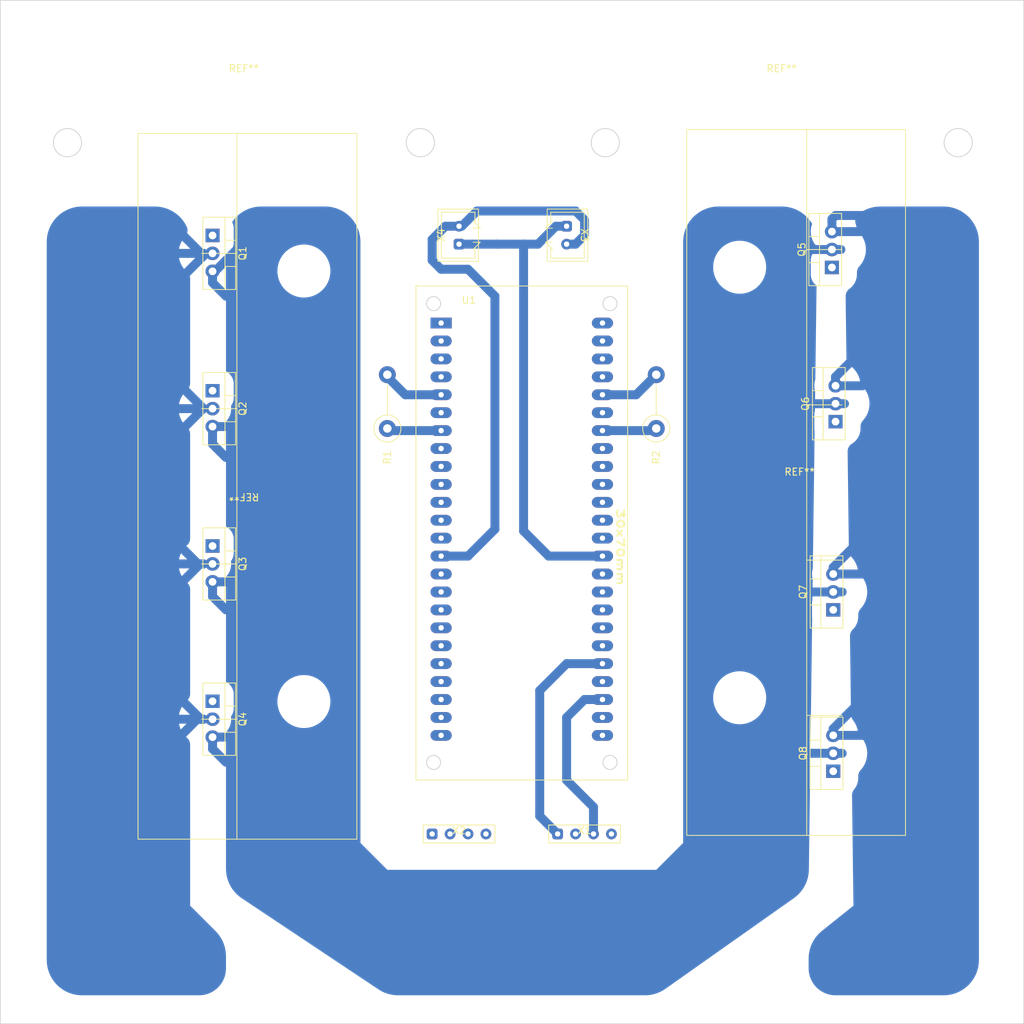
<source format=kicad_pcb>
(kicad_pcb (version 20211014) (generator pcbnew)
  (layers (0 "F.Cu" signal) (31 "B.Cu" signal) (34 "B.Paste" user) (35 "F.Paste" user) (36 "B.SilkS" user "B.Silkscreen") (37 "F.SilkS" user "F.Silkscreen") (38 "B.Mask" user) (39 "F.Mask" user) (44 "Edge.Cuts" user))
  (net 0 "")
  (net 1 "/G1")
  (net 2 "/+60V")
  (net 3 "/phase")
  (net 4 "/G2")
  (net 5 "/G3")
  (net 6 "/G4")
  (net 7 "/-60V")
  (net 8 "/fan-")
  (net 9 "/fan+")
  (net 10 "/G5")
  (net 11 "/G6")
  (net 12 "/G7")
  (net 13 "/G8")
  (net 14 "/+12V")
  (net 16 "/-12V")
  (net 18 "/+24V")
  (net 20 "/-24V")
  (net 22 "/t1+")
  (net 23 "/t2+")
  (net 24 "/t1-")
  (net 25 "/t2-")
  (footprint "Package_TO_SOT_THT:TO-220-3_Vertical" (layer "F.Cu") (at 139.375 138.43 90)
    (fp_text reference "Q8" (at 2.54 -4.27 90) (layer "F.SilkS"))
    (fp_text value "IRFB4321PBF")
    (fp_line (start 7.66 -3.27) (end 7.66 1.371) (layer "F.SilkS") (width 0.12))
    (fp_line (start -2.58 1.371) (end 7.66 1.371) (layer "F.SilkS") (width 0.12))
    (fp_line (start -2.58 -3.27) (end -2.58 1.371) (layer "F.SilkS") (width 0.12))
    (fp_line (start -2.58 -3.27) (end 7.66 -3.27) (layer "F.SilkS") (width 0.12))
    (fp_line (start -2.58 -1.76) (end 7.66 -1.76) (layer "F.SilkS") (width 0.12))
    (fp_line (start 4.391 -3.27) (end 4.391 -1.76) (layer "F.SilkS") (width 0.12))
    (fp_line (start 0.69 -3.27) (end 0.69 -1.76) (layer "F.SilkS") (width 0.12))
    (pad "1" thru_hole rect (at 0 0 90) (size 1.905 2) (drill 1.1) (layers *.Cu *.Mask) (net 13 "/G8"))
    (pad "2" thru_hole oval (at 2.54 0 90) (size 1.905 2) (drill 1.1) (layers *.Cu *.Mask) (net 3 "/phase"))
    (pad "3" thru_hole oval (at 5.08 0 90) (size 1.905 2) (drill 1.1) (layers *.Cu *.Mask) (net 7 "/-60V"))
  )
  (footprint "Package_TO_SOT_THT:TO-220-3_Vertical" (layer "F.Cu") (at 139.7 88.9 90)
    (fp_text reference "Q6" (at 2.54 -4.27 90) (layer "F.SilkS"))
    (fp_text value "IRFB4321PBF")
    (fp_line (start -2.58 -1.76) (end 7.66 -1.76) (layer "F.SilkS") (width 0.12))
    (fp_line (start 7.66 -3.27) (end 7.66 1.371) (layer "F.SilkS") (width 0.12))
    (fp_line (start -2.58 -3.27) (end -2.58 1.371) (layer "F.SilkS") (width 0.12))
    (fp_line (start 0.69 -3.27) (end 0.69 -1.76) (layer "F.SilkS") (width 0.12))
    (fp_line (start -2.58 -3.27) (end 7.66 -3.27) (layer "F.SilkS") (width 0.12))
    (fp_line (start -2.58 1.371) (end 7.66 1.371) (layer "F.SilkS") (width 0.12))
    (fp_line (start 4.391 -3.27) (end 4.391 -1.76) (layer "F.SilkS") (width 0.12))
    (pad "1" thru_hole rect (at 0 0 90) (size 1.905 2) (drill 1.1) (layers *.Cu *.Mask) (net 11 "/G6"))
    (pad "2" thru_hole oval (at 2.54 0 90) (size 1.905 2) (drill 1.1) (layers *.Cu *.Mask) (net 3 "/phase"))
    (pad "3" thru_hole oval (at 5.08 0 90) (size 1.905 2) (drill 1.1) (layers *.Cu *.Mask) (net 7 "/-60V"))
  )
  (footprint "Package_TO_SOT_THT:TO-220-3_Vertical" (layer "F.Cu") (at 51.435 62.52 -90)
    (fp_text reference "Q1" (at 2.54 -4.27 -90) (layer "F.SilkS"))
    (fp_text value "IRFB4321PBF")
    (fp_line (start 0.69 -3.27) (end 0.69 -1.76) (layer "F.SilkS") (width 0.12))
    (fp_line (start -2.58 -1.76) (end 7.66 -1.76) (layer "F.SilkS") (width 0.12))
    (fp_line (start -2.58 -3.27) (end -2.58 1.371) (layer "F.SilkS") (width 0.12))
    (fp_line (start -2.58 -3.27) (end 7.66 -3.27) (layer "F.SilkS") (width 0.12))
    (fp_line (start -2.58 1.371) (end 7.66 1.371) (layer "F.SilkS") (width 0.12))
    (fp_line (start 7.66 -3.27) (end 7.66 1.371) (layer "F.SilkS") (width 0.12))
    (fp_line (start 4.391 -3.27) (end 4.391 -1.76) (layer "F.SilkS") (width 0.12))
    (pad "1" thru_hole rect (at 0 0 270) (size 1.905 2) (drill 1.1) (layers *.Cu *.Mask) (net 1 "/G1"))
    (pad "2" thru_hole oval (at 2.54 0 270) (size 1.905 2) (drill 1.1) (layers *.Cu *.Mask) (net 2 "/+60V"))
    (pad "3" thru_hole oval (at 5.08 0 270) (size 1.905 2) (drill 1.1) (layers *.Cu *.Mask) (net 3 "/phase"))
  )
  (footprint "terminal:CWF-2" (layer "F.Cu") (at 101.6 62.484 -90)
    (fp_text reference "X3" (at 0 -2.54 -90 unlocked) (layer "F.SilkS"))
    (fp_text value "Conn_01x02_Male")
    (fp_line (start -3.25 -2.5) (end -3.25 2.25) (layer "F.SilkS") (width 0.12))
    (fp_line (start 1 2) (end 1 3) (layer "F.SilkS") (width 0.12))
    (fp_line (start 1 3) (end 2 2) (layer "F.SilkS") (width 0.12))
    (fp_line (start -2 2) (end -1 3) (layer "F.SilkS") (width 0.12))
    (fp_line (start -3.25 -2.5) (end 3.25 -2.5) (layer "F.SilkS") (width 0.12))
    (fp_line (start -1 2) (end -1 3) (layer "F.SilkS") (width 0.12))
    (fp_line (start 3.25 -2.5) (end 3.25 2.25) (layer "F.SilkS") (width 0.12))
    (fp_line (start -3.25 2.25) (end -1.75 2.25) (layer "F.SilkS") (width 0.12))
    (fp_line (start 3.25 2.25) (end 1.75 2.25) (layer "F.SilkS") (width 0.12))
    (fp_rect (start -3.7 2.75) (end 3.7 -3) (layer "F.SilkS") (width 0.12) (fill none))
    (pad "1" thru_hole roundrect (at -1.27 0 270) (size 1.524 1.524) (drill 0.762) (layers *.Cu *.Mask) (net 8 "/fan-"))
    (pad "2" thru_hole circle (at 1.27 0 270) (size 1.524 1.524) (drill 0.762) (layers *.Cu *.Mask) (net 9 "/fan+"))
  )
  (footprint "fan:RQD6010MS" (layer "F.Cu") (at 132.08 39.37)
    (fp_text reference "REF**" (at 0 -0.5 unlocked) (layer "F.SilkS"))
    (fp_text value "RQD6010MS")
    (fp_circle (center -25 10) (end -23 10) (layer "Edge.Cuts") (width 0.12) (fill none))
    (fp_circle (center 25 10) (end 27 10) (layer "Edge.Cuts") (width 0.12) (fill none))
  )
  (footprint "fan:RQD6010MS" (layer "F.Cu") (at 55.88 39.37)
    (fp_text reference "REF**" (at 0 -0.5 unlocked) (layer "F.SilkS"))
    (fp_text value "RQD6010MS")
    (fp_circle (center -25 10) (end -23 10) (layer "Edge.Cuts") (width 0.12) (fill none))
    (fp_circle (center 25 10) (end 27 10) (layer "Edge.Cuts") (width 0.12) (fill none))
  )
  (footprint "terminal:PLS-4" (layer "F.Cu") (at 86.36 147.32)
    (fp_text reference "X2" (at 0 -0.5 unlocked) (layer "F.SilkS"))
    (fp_text value "Conn_01x04_Male" hide)
    (fp_rect (start -5.08 -1.27) (end 5.08 1.27) (layer "F.SilkS") (width 0.12) (fill none))
    (pad "1" thru_hole roundrect (at -3.81 0) (size 1.524 1.524) (drill 0.762) (layers *.Cu *.Mask) (net 18 "/+24V"))
    (pad "2" thru_hole circle (at -1.27 0) (size 1.524 1.524) (drill 0.762) (layers *.Cu *.Mask))
    (pad "3" thru_hole circle (at 1.27 0) (size 1.524 1.524) (drill 0.762) (layers *.Cu *.Mask) (net 20 "/-24V"))
    (pad "4" thru_hole circle (at 3.81 0) (size 1.524 1.524) (drill 0.762) (layers *.Cu *.Mask))
  )
  (footprint "Resistor_THT:R_Axial_DIN0411_L9.9mm_D3.6mm_P7.62mm_Vertical" (layer "F.Cu") (at 76.2 89.87 90)
    (fp_text reference "R1" (at -4.11 0 90) (layer "F.SilkS"))
    (fp_text value "B57045K")
    (fp_line (start 1.92 0) (end 6.12 0) (layer "F.SilkS") (width 0.12))
    (fp_circle (center 0 0) (end 1.92 0) (layer "F.SilkS") (width 0.12) (fill none))
    (pad "1" thru_hole circle (at 0 0 90) (size 2.4 2.4) (drill 1.2) (layers *.Cu *.Mask) (net 22 "/t1+"))
    (pad "2" thru_hole oval (at 7.62 0 90) (size 2.4 2.4) (drill 1.2) (layers *.Cu *.Mask) (net 24 "/t1-"))
  )
  (footprint "terminal:CWF-2" (layer "F.Cu") (at 86.36 62.484 90)
    (fp_text reference "X4" (at 0 -2.54 90 unlocked) (layer "F.SilkS"))
    (fp_text value "Conn_01x02_Male")
    (fp_line (start 3.25 2.25) (end 1.75 2.25) (layer "F.SilkS") (width 0.12))
    (fp_line (start 3.25 -2.5) (end 3.25 2.25) (layer "F.SilkS") (width 0.12))
    (fp_line (start -1 2) (end -1 3) (layer "F.SilkS") (width 0.12))
    (fp_line (start -3.25 2.25) (end -1.75 2.25) (layer "F.SilkS") (width 0.12))
    (fp_line (start -2 2) (end -1 3) (layer "F.SilkS") (width 0.12))
    (fp_line (start -3.25 -2.5) (end -3.25 2.25) (layer "F.SilkS") (width 0.12))
    (fp_line (start 1 2) (end 1 3) (layer "F.SilkS") (width 0.12))
    (fp_line (start 1 3) (end 2 2) (layer "F.SilkS") (width 0.12))
    (fp_line (start -3.25 -2.5) (end 3.25 -2.5) (layer "F.SilkS") (width 0.12))
    (fp_rect (start -3.7 2.75) (end 3.7 -3) (layer "F.SilkS") (width 0.12) (fill none))
    (pad "1" thru_hole roundrect (at -1.27 0 90) (size 1.524 1.524) (drill 0.762) (layers *.Cu *.Mask) (net 8 "/fan-"))
    (pad "2" thru_hole circle (at 1.27 0 90) (size 1.524 1.524) (drill 0.762) (layers *.Cu *.Mask) (net 9 "/fan+"))
  )
  (footprint "Package_TO_SOT_THT:TO-220-3_Vertical" (layer "F.Cu") (at 139.375 115.57 90)
    (fp_text reference "Q7" (at 2.54 -4.27 90) (layer "F.SilkS"))
    (fp_text value "IRFB4321PBF")
    (fp_line (start 0.69 -3.27) (end 0.69 -1.76) (layer "F.SilkS") (width 0.12))
    (fp_line (start 4.391 -3.27) (end 4.391 -1.76) (layer "F.SilkS") (width 0.12))
    (fp_line (start -2.58 -3.27) (end 7.66 -3.27) (layer "F.SilkS") (width 0.12))
    (fp_line (start -2.58 -1.76) (end 7.66 -1.76) (layer "F.SilkS") (width 0.12))
    (fp_line (start -2.58 -3.27) (end -2.58 1.371) (layer "F.SilkS") (width 0.12))
    (fp_line (start 7.66 -3.27) (end 7.66 1.371) (layer "F.SilkS") (width 0.12))
    (fp_line (start -2.58 1.371) (end 7.66 1.371) (layer "F.SilkS") (width 0.12))
    (pad "1" thru_hole rect (at 0 0 90) (size 1.905 2) (drill 1.1) (layers *.Cu *.Mask) (net 12 "/G7"))
    (pad "2" thru_hole oval (at 2.54 0 90) (size 1.905 2) (drill 1.1) (layers *.Cu *.Mask) (net 3 "/phase"))
    (pad "3" thru_hole oval (at 5.08 0 90) (size 1.905 2) (drill 1.1) (layers *.Cu *.Mask) (net 7 "/-60V"))
  )
  (footprint "terminal:PLS-4" (layer "F.Cu") (at 104.14 147.32)
    (fp_text reference "X1" (at 0 -0.5 unlocked) (layer "F.SilkS"))
    (fp_text value "Conn_01x04_Male" hide)
    (fp_rect (start -5.08 -1.27) (end 5.08 1.27) (layer "F.SilkS") (width 0.12) (fill none))
    (pad "1" thru_hole roundrect (at -3.81 0) (size 1.524 1.524) (drill 0.762) (layers *.Cu *.Mask) (net 14 "/+12V"))
    (pad "2" thru_hole circle (at -1.27 0) (size 1.524 1.524) (drill 0.762) (layers *.Cu *.Mask))
    (pad "3" thru_hole circle (at 1.27 0) (size 1.524 1.524) (drill 0.762) (layers *.Cu *.Mask) (net 16 "/-12V"))
    (pad "4" thru_hole circle (at 3.81 0) (size 1.524 1.524) (drill 0.762) (layers *.Cu *.Mask))
  )
  (footprint "Package_TO_SOT_THT:TO-220-3_Vertical" (layer "F.Cu") (at 139.192 67.056 90)
    (fp_text reference "Q5" (at 2.54 -4.27 90) (layer "F.SilkS"))
    (fp_text value "IRFB4321PBF")
    (fp_line (start 7.66 -3.27) (end 7.66 1.371) (layer "F.SilkS") (width 0.12))
    (fp_line (start 4.391 -3.27) (end 4.391 -1.76) (layer "F.SilkS") (width 0.12))
    (fp_line (start -2.58 -1.76) (end 7.66 -1.76) (layer "F.SilkS") (width 0.12))
    (fp_line (start -2.58 -3.27) (end 7.66 -3.27) (layer "F.SilkS") (width 0.12))
    (fp_line (start -2.58 1.371) (end 7.66 1.371) (layer "F.SilkS") (width 0.12))
    (fp_line (start 0.69 -3.27) (end 0.69 -1.76) (layer "F.SilkS") (width 0.12))
    (fp_line (start -2.58 -3.27) (end -2.58 1.371) (layer "F.SilkS") (width 0.12))
    (pad "1" thru_hole rect (at 0 0 90) (size 1.905 2) (drill 1.1) (layers *.Cu *.Mask) (net 10 "/G5"))
    (pad "2" thru_hole oval (at 2.54 0 90) (size 1.905 2) (drill 1.1) (layers *.Cu *.Mask) (net 3 "/phase"))
    (pad "3" thru_hole oval (at 5.08 0 90) (size 1.905 2) (drill 1.1) (layers *.Cu *.Mask) (net 7 "/-60V"))
  )
  (footprint "Resistor_THT:R_Axial_DIN0411_L9.9mm_D3.6mm_P7.62mm_Vertical" (layer "F.Cu") (at 114.3 89.87 90)
    (fp_text reference "R2" (at -4.11 0 90) (layer "F.SilkS"))
    (fp_text value "B57045K")
    (fp_line (start 1.92 0) (end 6.12 0) (layer "F.SilkS") (width 0.12))
    (fp_circle (center 0 0) (end 1.92 0) (layer "F.SilkS") (width 0.12) (fill none))
    (pad "1" thru_hole circle (at 0 0 90) (size 2.4 2.4) (drill 1.2) (layers *.Cu *.Mask) (net 23 "/t2+"))
    (pad "2" thru_hole oval (at 7.62 0 90) (size 2.4 2.4) (drill 1.2) (layers *.Cu *.Mask) (net 25 "/t2-"))
  )
  (footprint "Package_TO_SOT_THT:TO-220-3_Vertical" (layer "F.Cu") (at 51.435 84.52 -90)
    (fp_text reference "Q2" (at 2.54 -4.27 -90) (layer "F.SilkS"))
    (fp_text value "IRFB4321PBF")
    (fp_line (start -2.58 -1.76) (end 7.66 -1.76) (layer "F.SilkS") (width 0.12))
    (fp_line (start -2.58 -3.27) (end -2.58 1.371) (layer "F.SilkS") (width 0.12))
    (fp_line (start 4.391 -3.27) (end 4.391 -1.76) (layer "F.SilkS") (width 0.12))
    (fp_line (start 0.69 -3.27) (end 0.69 -1.76) (layer "F.SilkS") (width 0.12))
    (fp_line (start 7.66 -3.27) (end 7.66 1.371) (layer "F.SilkS") (width 0.12))
    (fp_line (start -2.58 1.371) (end 7.66 1.371) (layer "F.SilkS") (width 0.12))
    (fp_line (start -2.58 -3.27) (end 7.66 -3.27) (layer "F.SilkS") (width 0.12))
    (pad "1" thru_hole rect (at 0 0 270) (size 1.905 2) (drill 1.1) (layers *.Cu *.Mask) (net 4 "/G2"))
    (pad "2" thru_hole oval (at 2.54 0 270) (size 1.905 2) (drill 1.1) (layers *.Cu *.Mask) (net 2 "/+60V"))
    (pad "3" thru_hole oval (at 5.08 0 270) (size 1.905 2) (drill 1.1) (layers *.Cu *.Mask) (net 3 "/phase"))
  )
  (footprint "radiator:pwm_radiator" (layer "F.Cu") (at 134.62 96.52)
    (fp_text reference "REF**" (at 0 -0.5 unlocked) (layer "F.SilkS"))
    (fp_text value "pwm_radiator")
    (fp_line (start 1 12) (end 6 12) (layer "F.SilkS") (width 0.12))
    (fp_line (start 1 34) (end 6 34) (layer "F.SilkS") (width 0.12))
    (fp_line (start 1 -32) (end 6 -32) (layer "F.SilkS") (width 0.12))
    (fp_line (start 1 -10) (end 6 -10) (layer "F.SilkS") (width 0.12))
    (fp_line (start 1 -49) (end 1 51) (layer "F.SilkS") (width 0.12))
    (fp_rect (start -16 -49) (end 15 51) (layer "F.SilkS") (width 0.12) (fill none))
    (pad "1" thru_hole circle (at -8.5 -29.5) (size 11 11) (drill 3.5) (layers *.Cu "B.Mask") (remove_unused_layers))
    (pad "1" thru_hole circle (at -8.5 31.5) (size 11 11) (drill 3.5) (layers *.Cu "B.Mask") (remove_unused_layers))
  )
  (footprint "pwm_meson:pwm_meson0" (layer "F.Cu") (at 95.25 106.68)
    (fp_text reference "U1" (at -7.5 -35 unlocked) (layer "F.SilkS"))
    (fp_text value "pwm_meson0")
    (fp_text user "30x70mm" (at 13.97 0 270 unlocked) (layer "F.SilkS") (effects (font (size 1 1.5) (thickness 0.25))))
    (fp_rect (start -15 -37) (end 15 33) (layer "F.SilkS") (width 0.12) (fill none))
    (fp_circle (center -12.5 30.5) (end -11.5 30.5) (layer "Edge.Cuts") (width 0.12) (fill none))
    (fp_circle (center 12.5 -34.5) (end 13.5 -34.5) (layer "Edge.Cuts") (width 0.12) (fill none))
    (fp_circle (center -12.5 -34.5) (end -11.5 -34.5) (layer "Edge.Cuts") (width 0.12) (fill none))
    (fp_circle (center 12.5 30.5) (end 13.5 30.5) (layer "Edge.Cuts") (width 0.12) (fill none))
    (pad "1A" thru_hole rect (at -11.43 -31.75) (size 3 1.524) (drill 0.762) (layers *.Cu *.Mask))
    (pad "1J" thru_hole oval (at 11.43 -31.75) (size 3 1.524) (drill 0.762) (layers *.Cu *.Mask))
    (pad "2A" thru_hole oval (at -11.43 -29.21) (size 3 1.524) (drill 0.762) (layers *.Cu *.Mask))
    (pad "2J" thru_hole oval (at 11.43 -29.21) (size 3 1.524) (drill 0.762) (layers *.Cu *.Mask))
    (pad "3A" thru_hole oval (at -11.43 -26.67) (size 3 1.524) (drill 0.762) (layers *.Cu *.Mask))
    (pad "3J" thru_hole oval (at 11.43 -26.67) (size 3 1.524) (drill 0.762) (layers *.Cu *.Mask))
    (pad "4A" thru_hole oval (at -11.43 -24.13) (size 3 1.524) (drill 0.762) (layers *.Cu *.Mask))
    (pad "4J" thru_hole oval (at 11.43 -24.13) (size 3 1.524) (drill 0.762) (layers *.Cu *.Mask))
    (pad "5A" thru_hole oval (at -11.43 -21.59) (size 3 1.524) (drill 0.762) (layers *.Cu *.Mask) (net 24 "/t1-"))
    (pad "5J" thru_hole oval (at 11.43 -21.59) (size 3 1.524) (drill 0.762) (layers *.Cu *.Mask) (net 25 "/t2-"))
    (pad "6A" thru_hole oval (at -11.43 -19.05) (size 3 1.524) (drill 0.762) (layers *.Cu *.Mask))
    (pad "6J" thru_hole oval (at 11.43 -19.05) (size 3 1.524) (drill 0.762) (layers *.Cu *.Mask))
    (pad "7A" thru_hole oval (at -11.43 -16.51) (size 3 1.524) (drill 0.762) (layers *.Cu *.Mask) (net 22 "/t1+"))
    (pad "7J" thru_hole oval (at 11.43 -16.51) (size 3 1.524) (drill 0.762) (layers *.Cu *.Mask) (net 23 "/t2+"))
    (pad "8A" thru_hole oval (at -11.43 -13.97) (size 3 1.524) (drill 0.762) (layers *.Cu *.Mask))
    (pad "8J" thru_hole oval (at 11.43 -13.97) (size 3 1.524) (drill 0.762) (layers *.Cu *.Mask))
    (pad "9A" thru_hole oval (at -11.43 -11.43) (size 3 1.524) (drill 0.762) (layers *.Cu *.Mask))
    (pad "9J" thru_hole oval (at 11.43 -11.43) (size 3 1.524) (drill 0.762) (layers *.Cu *.Mask))
    (pad "10A" thru_hole oval (at -11.43 -8.89) (size 3 1.524) (drill 0.762) (layers *.Cu *.Mask))
    (pad "10J" thru_hole oval (at 11.43 -8.89) (size 3 1.524) (drill 0.762) (layers *.Cu *.Mask))
    (pad "11A" thru_hole oval (at -11.43 -6.35) (size 3 1.524) (drill 0.762) (layers *.Cu *.Mask))
    (pad "11J" thru_hole oval (at 11.43 -6.35) (size 3 1.524) (drill 0.762) (layers *.Cu *.Mask))
    (pad "12A" thru_hole oval (at -11.43 -3.81) (size 3 1.524) (drill 0.762) (layers *.Cu *.Mask))
    (pad "12J" thru_hole oval (at 11.43 -3.81) (size 3 1.524) (drill 0.762) (layers *.Cu *.Mask))
    (pad "13A" thru_hole oval (at -11.43 -1.27) (size 3 1.524) (drill 0.762) (layers *.Cu *.Mask))
    (pad "13J" thru_hole oval (at 11.43 -1.27) (size 3 1.524) (drill 0.762) (layers *.Cu *.Mask))
    (pad "14A" thru_hole oval (at -11.43 1.27) (size 3 1.524) (drill 0.762) (layers *.Cu *.Mask) (net 9 "/fan+"))
    (pad "14J" thru_hole oval (at 11.43 1.27) (size 3 1.524) (drill 0.762) (layers *.Cu *.Mask) (net 8 "/fan-"))
    (pad "15A" thru_hole oval (at -11.43 3.81) (size 3 1.524) (drill 0.762) (layers *.Cu *.Mask))
    (pad "15J" thru_hole oval (at 11.43 3.81) (size 3 1.524) (drill 0.762) (layers *.Cu *.Mask))
    (pad "16A" thru_hole oval (at -11.43 6.35) (size 3 1.524) (drill 0.762) (layers *.Cu *.Mask))
    (pad "16J" thru_hole oval (at 11.43 6.35) (size 3 1.524) (drill 0.762) (layers *.Cu *.Mask))
    (pad "17A" thru_hole oval (at -11.43 8.89) (size 3 1.524) (drill 0.762) (layers *.Cu *.Mask))
    (pad "17J" thru_hole oval (at 11.43 8.89) (size 3 1.524) (drill 0.762) (layers *.Cu *.Mask))
    (pad "18A" thru_hole oval (at -11.43 11.43) (size 3 1.524) (drill 0.762) (layers *.Cu *.Mask))
    (pad "18J" thru_hole oval (at 11.43 11.43) (size 3 1.524) (drill 0.762) (layers *.Cu *.Mask))
    (pad "19A" thru_hole oval (at -11.43 13.97) (size 3 1.524) (drill 0.762) (layers *.Cu *.Mask))
    (pad "19J" thru_hole oval (at 11.43 13.97) (size 3 1.524) (drill 0.762) (layers *.Cu *.Mask))
    (pad "20A" thru_hole oval (at -11.43 16.51) (size 3 1.524) (drill 0.762) (layers *.Cu *.Mask))
    (pad "20J" thru_hole oval (at 11.43 16.51) (size 3 1.524) (drill 0.762) (layers *.Cu *.Mask) (net 14 "/+12V"))
    (pad "21A" thru_hole oval (at -11.43 19.05) (size 3 1.524) (drill 0.762) (layers *.Cu *.Mask))
    (pad "21J" thru_hole oval (at 11.43 19.05) (size 3 1.524) (drill 0.762) (layers *.Cu *.Mask))
    (pad "22A" thru_hole oval (at -11.43 21.59) (size 3 1.524) (drill 0.762) (layers *.Cu *.Mask))
    (pad "22J" thru_hole oval (at 11.43 21.59) (size 3 1.524) (drill 0.762) (layers *.Cu *.Mask) (net 16 "/-12V"))
    (pad "23A" thru_hole oval (at -11.43 24.13) (size 3 1.524) (drill 0.762) (layers *.Cu *.Mask))
    (pad "23J" thru_hole oval (at 11.43 24.13) (size 3 1.524) (drill 0.762) (layers *.Cu *.Mask))
    (pad "24A" thru_hole oval (at -11.43 26.67) (size 3 1.524) (drill 0.762) (layers *.Cu *.Mask))
    (pad "24J" thru_hole oval (at 11.43 26.67) (size 3 1.524) (drill 0.762) (layers *.Cu *.Mask))
  )
  (footprint "Package_TO_SOT_THT:TO-220-3_Vertical" (layer "F.Cu") (at 51.435 128.52 -90)
    (fp_text reference "Q4" (at 2.54 -4.27 -90) (layer "F.SilkS"))
    (fp_text value "IRFB4321PBF")
    (fp_line (start -2.58 -1.76) (end 7.66 -1.76) (layer "F.SilkS") (width 0.12))
    (fp_line (start 4.391 -3.27) (end 4.391 -1.76) (layer "F.SilkS") (width 0.12))
    (fp_line (start -2.58 1.371) (end 7.66 1.371) (layer "F.SilkS") (width 0.12))
    (fp_line (start 0.69 -3.27) (end 0.69 -1.76) (layer "F.SilkS") (width 0.12))
    (fp_line (start 7.66 -3.27) (end 7.66 1.371) (layer "F.SilkS") (width 0.12))
    (fp_line (start -2.58 -3.27) (end -2.58 1.371) (layer "F.SilkS") (width 0.12))
    (fp_line (start -2.58 -3.27) (end 7.66 -3.27) (layer "F.SilkS") (width 0.12))
    (pad "1" thru_hole rect (at 0 0 270) (size 1.905 2) (drill 1.1) (layers *.Cu *.Mask) (net 6 "/G4"))
    (pad "2" thru_hole oval (at 2.54 0 270) (size 1.905 2) (drill 1.1) (layers *.Cu *.Mask) (net 2 "/+60V"))
    (pad "3" thru_hole oval (at 5.08 0 270) (size 1.905 2) (drill 1.1) (layers *.Cu *.Mask) (net 3 "/phase"))
  )
  (footprint "radiator:pwm_radiator" (layer "F.Cu") (at 55.88 99.06 180)
    (fp_text reference "REF**" (at 0 -0.5 180 unlocked) (layer "F.SilkS"))
    (fp_text value "pwm_radiator")
    (fp_line (start 1 34) (end 6 34) (layer "F.SilkS") (width 0.12))
    (fp_line (start 1 12) (end 6 12) (layer "F.SilkS") (width 0.12))
    (fp_line (start 1 -49) (end 1 51) (layer "F.SilkS") (width 0.12))
    (fp_line (start 1 -32) (end 6 -32) (layer "F.SilkS") (width 0.12))
    (fp_line (start 1 -10) (end 6 -10) (layer "F.SilkS") (width 0.12))
    (fp_rect (start -16 -49) (end 15 51) (layer "F.SilkS") (width 0.12) (fill none))
    (pad "1" thru_hole circle (at -8.5 -29.5 180) (size 11 11) (drill 3.5) (layers *.Cu "B.Mask") (remove_unused_layers))
    (pad "1" thru_hole circle (at -8.5 31.5 180) (size 11 11) (drill 3.5) (layers *.Cu "B.Mask") (remove_unused_layers))
  )
  (footprint "Package_TO_SOT_THT:TO-220-3_Vertical" (layer "F.Cu") (at 51.435 106.52 -90)
    (fp_text reference "Q3" (at 2.54 -4.27 -90) (layer "F.SilkS"))
    (fp_text value "IRFB4321PBF")
    (fp_line (start 7.66 -3.27) (end 7.66 1.371) (layer "F.SilkS") (width 0.12))
    (fp_line (start -2.58 -1.76) (end 7.66 -1.76) (layer "F.SilkS") (width 0.12))
    (fp_line (start 0.69 -3.27) (end 0.69 -1.76) (layer "F.SilkS") (width 0.12))
    (fp_line (start -2.58 -3.27) (end -2.58 1.371) (layer "F.SilkS") (width 0.12))
    (fp_line (start -2.58 -3.27) (end 7.66 -3.27) (layer "F.SilkS") (width 0.12))
    (fp_line (start 4.391 -3.27) (end 4.391 -1.76) (layer "F.SilkS") (width 0.12))
    (fp_line (start -2.58 1.371) (end 7.66 1.371) (layer "F.SilkS") (width 0.12))
    (pad "1" thru_hole rect (at 0 0 270) (size 1.905 2) (drill 1.1) (layers *.Cu *.Mask) (net 5 "/G3"))
    (pad "2" thru_hole oval (at 2.54 0 270) (size 1.905 2) (drill 1.1) (layers *.Cu *.Mask) (net 2 "/+60V"))
    (pad "3" thru_hole oval (at 5.08 0 270) (size 1.905 2) (drill 1.1) (layers *.Cu *.Mask) (net 3 "/phase"))
  )
  (gr_rect (start 21.37 29.21) (end 166.37 174.21) (layer "Edge.Cuts") (width 0.1) (fill none))
  (segment (start 50.165 131.06) (end 49.78 131.06) (width 1.27) (layer "B.Cu") (net 2))
  (segment (start 50.165 109.06) (end 49.37 109.06) (width 1.27) (layer "B.Cu") (net 2))
  (segment (start 50.165 65.06) (end 49.82 65.06) (width 1.27) (layer "B.Cu") (net 2))
  (segment (start 50.165 109.06) (end 45.88 109.06) (width 1.27) (layer "B.Cu") (net 2))
  (segment (start 50.165 87.06) (end 46.29 87.06) (width 1.27) (layer "B.Cu") (net 2))
  (segment (start 50.1 87.06) (end 46.99 90.17) (width 1.27) (layer "B.Cu") (net 2))
  (segment (start 50.165 131.06) (end 49.28 131.06) (width 1.27) (layer "B.Cu") (net 2))
  (segment (start 49.37 109.06) (end 46.99 106.68) (width 1.27) (layer "B.Cu") (net 2))
  (segment (start 50.165 87.06) (end 46.99 83.885) (width 1.27) (layer "B.Cu") (net 2))
  (segment (start 50.165 65.405) (end 46.99 68.58) (width 1.27) (layer "B.Cu") (net 2))
  (segment (start 50.165 87.06) (end 50.1 87.06) (width 1.27) (layer "B.Cu") (net 2))
  (segment (start 49.28 131.06) (end 46.99 133.35) (width 1.27) (layer "B.Cu") (net 2))
  (segment (start 49.78 131.06) (end 46.99 128.27) (width 1.27) (layer "B.Cu") (net 2))
  (segment (start 46.99 83.885) (end 46.99 83.82) (width 1.27) (layer "B.Cu") (net 2))
  (segment (start 46.01 65.06) (end 50.165 65.06) (width 1.27) (layer "B.Cu") (net 2))
  (segment (start 49.82 65.06) (end 46.99 62.23) (width 1.27) (layer "B.Cu") (net 2))
  (segment (start 49.69 109.06) (end 46.99 111.76) (width 1.27) (layer "B.Cu") (net 2))
  (segment (start 50.165 131.06) (end 45.97 131.06) (width 1.27) (layer "B.Cu") (net 2))
  (segment (start 50.165 65.06) (end 50.165 65.405) (width 1.27) (layer "B.Cu") (net 2))
  (segment (start 50.165 109.06) (end 49.69 109.06) (width 1.27) (layer "B.Cu") (net 2))
  (segment (start 45.88 109.06) (end 45.72 109.22) (width 1.27) (layer "B.Cu") (net 2))
  (segment (start 140.645 135.89) (end 135.89 135.89) (width 1.27) (layer "B.Cu") (net 3))
  (segment (start 54.36 133.6) (end 54.61 133.35) (width 1.27) (layer "B.Cu") (net 3))
  (segment (start 51.435 92.075) (end 53.34 93.98) (width 1.27) (layer "B.Cu") (net 3))
  (segment (start 51.435 89.6) (end 51.435 92.075) (width 1.27) (layer "B.Cu") (net 3))
  (segment (start 54.61 90.17) (end 54.04 89.6) (width 1.27) (layer "B.Cu") (net 3))
  (segment (start 51.435 89.6) (end 54.04 89.6) (width 1.27) (layer "B.Cu") (net 3))
  (segment (start 51.435 111.6) (end 51.470407 111.6) (width 1.27) (layer "B.Cu") (net 3))
  (segment (start 140.645 113.03) (end 135.89 113.03) (width 1.27) (layer "B.Cu") (net 3))
  (segment (start 51.435 111.6) (end 53.5 111.6) (width 1.27) (layer "B.Cu") (net 3))
  (segment (start 140.97 86.36) (end 135.89 86.36) (width 1.27) (layer "B.Cu") (net 3))
  (segment (start 51.435 133.6) (end 54.36 133.6) (width 1.27) (layer "B.Cu") (net 3))
  (segment (start 53.34 71.12) (end 54.61 71.12) (width 1.27) (layer "B.Cu") (net 3))
  (segment (start 140.462 64.516) (end 136.144 64.516) (width 1.27) (layer "B.Cu") (net 3))
  (segment (start 51.435 67.6) (end 51.78 67.6) (width 1.27) (layer "B.Cu") (net 3))
  (segment (start 135.89 64.77) (end 136.144 64.516) (width 1.27) (layer "B.Cu") (net 3))
  (segment (start 51.435 113.665) (end 53.34 115.57) (width 1.27) (layer "B.Cu") (net 3))
  (segment (start 51.435 133.6) (end 51.435 135.255) (width 1.27) (layer "B.Cu") (net 3))
  (segment (start 51.435 111.6) (end 51.435 113.665) (width 1.27) (layer "B.Cu") (net 3))
  (segment (start 51.435 135.255) (end 53.34 137.16) (width 1.27) (layer "B.Cu") (net 3))
  (segment (start 51.435 67.6) (end 51.435 69.215) (width 1.27) (layer "B.Cu") (net 3))
  (segment (start 51.435 69.215) (end 53.34 71.12) (width 1.27) (layer "B.Cu") (net 3))
  (segment (start 53.5 111.6) (end 54.61 110.49) (width 1.27) (layer "B.Cu") (net 3))
  (segment (start 51.78 67.6) (end 54.61 64.77) (width 1.27) (layer "B.Cu") (net 3))
  (segment (start 51.470407 111.6) (end 51.630407 111.76) (width 1.27) (layer "B.Cu") (net 3))
  (segment (start 139.192 61.976) (end 139.192 60.198) (width 1.27) (layer "B.Cu") (net 7))
  (segment (start 139.7 83.82) (end 139.7 82.55) (width 1.27) (layer "B.Cu") (net 7))
  (segment (start 139.7 59.69) (end 143.51 59.69) (width 1.27) (layer "B.Cu") (net 7))
  (segment (start 139.192 61.976) (end 143.256 61.976) (width 1.27) (layer "B.Cu") (net 7))
  (segment (start 139.375 133.35) (end 139.375 132.405) (width 1.27) (layer "B.Cu") (net 7))
  (segment (start 139.7 83.82) (end 143.51 83.82) (width 1.27) (layer "B.Cu") (net 7))
  (segment (start 139.192 60.198) (end 139.7 59.69) (width 1.27) (layer "B.Cu") (net 7))
  (segment (start 139.7 82.55) (end 142.24 80.01) (width 1.27) (layer "B.Cu") (net 7))
  (segment (start 139.375 110.49) (end 143.51 110.49) (width 1.27) (layer "B.Cu") (net 7))
  (segment (start 139.375 109.545) (end 142.24 106.68) (width 1.27) (layer "B.Cu") (net 7))
  (segment (start 139.375 133.35) (end 143.51 133.35) (width 1.27) (layer "B.Cu") (net 7))
  (segment (start 139.375 132.405) (end 142.24 129.54) (width 1.27) (layer "B.Cu") (net 7))
  (segment (start 139.375 110.49) (end 139.375 109.545) (width 1.27) (layer "B.Cu") (net 7))
  (segment (start 95.504 104.394) (end 95.504 63.754) (width 1.27) (layer "B.Cu") (net 8))
  (segment (start 95.504 63.754) (end 91.694 63.754) (width 1.27) (layer "B.Cu") (net 8))
  (segment (start 86.36 63.754) (end 91.694 63.754) (width 1.27) (layer "B.Cu") (net 8))
  (segment (start 106.68 107.95) (end 99.06 107.95) (width 1.27) (layer "B.Cu") (net 8))
  (segment (start 97.536 63.754) (end 95.504 63.754) (width 1.27) (layer "B.Cu") (net 8))
  (segment (start 99.06 107.95) (end 95.504 104.394) (width 1.27) (layer "B.Cu") (net 8))
  (segment (start 101.6 61.214) (end 100.076 61.214) (width 1.27) (layer "B.Cu") (net 8))
  (segment (start 100.076 61.214) (end 97.536 63.754) (width 1.27) (layer "B.Cu") (net 8))
  (segment (start 91.44 104.14) (end 91.44 71.12) (width 1.27) (layer "B.Cu") (net 9))
  (segment (start 87.63 67.31) (end 83.82 67.31) (width 1.27) (layer "B.Cu") (net 9))
  (segment (start 86.741 61.214) (end 88.9 59.055) (width 1.27) (layer "B.Cu") (net 9))
  (segment (start 82.55 63.08725) (end 84.42325 61.214) (width 1.27) (layer "B.Cu") (net 9))
  (segment (start 83.82 67.31) (end 82.55 66.04) (width 1.27) (layer "B.Cu") (net 9))
  (segment (start 104.14 60.325) (end 104.14 62.484) (width 1.27) (layer "B.Cu") (net 9))
  (segment (start 88.9 59.055) (end 102.87 59.055) (width 1.27) (layer "B.Cu") (net 9))
  (segment (start 87.63 107.95) (end 91.44 104.14) (width 1.27) (layer "B.Cu") (net 9))
  (segment (start 83.82 107.95) (end 87.63 107.95) (width 1.27) (layer "B.Cu") (net 9))
  (segment (start 104.14 62.484) (end 102.87 63.754) (width 1.27) (layer "B.Cu") (net 9))
  (segment (start 84.42325 61.214) (end 86.741 61.214) (width 1.27) (layer "B.Cu") (net 9))
  (segment (start 82.55 66.04) (end 82.55 63.08725) (width 1.27) (layer "B.Cu") (net 9))
  (segment (start 102.87 59.055) (end 104.14 60.325) (width 1.27) (layer "B.Cu") (net 9))
  (segment (start 102.87 63.754) (end 101.6 63.754) (width 1.27) (layer "B.Cu") (net 9))
  (segment (start 91.44 71.12) (end 87.63 67.31) (width 1.27) (layer "B.Cu") (net 9))
  (segment (start 97.79 144.78) (end 97.79 127) (width 1.27) (layer "B.Cu") (net 14))
  (segment (start 100.33 147.32) (end 97.79 144.78) (width 1.27) (layer "B.Cu") (net 14))
  (segment (start 101.6 123.19) (end 106.68 123.19) (width 1.27) (layer "B.Cu") (net 14))
  (segment (start 97.79 127) (end 101.6 123.19) (width 1.27) (layer "B.Cu") (net 14))
  (segment (start 101.6 139.7) (end 101.6 130.81) (width 1.27) (layer "B.Cu") (net 16))
  (segment (start 105.41 147.32) (end 105.41 143.51) (width 1.27) (layer "B.Cu") (net 16))
  (segment (start 101.6 130.81) (end 104.14 128.27) (width 1.27) (layer "B.Cu") (net 16))
  (segment (start 104.14 128.27) (end 106.68 128.27) (width 1.27) (layer "B.Cu") (net 16))
  (segment (start 105.41 143.51) (end 101.6 139.7) (width 1.27) (layer "B.Cu") (net 16))
  (segment (start 76.5 90.17) (end 76.2 89.87) (width 1.27) (layer "B.Cu") (net 22))
  (segment (start 83.82 90.17) (end 76.5 90.17) (width 1.27) (layer "B.Cu") (net 22))
  (segment (start 114 90.17) (end 114.3 89.87) (width 1.27) (layer "B.Cu") (net 23))
  (segment (start 106.68 90.17) (end 114 90.17) (width 1.27) (layer "B.Cu") (net 23))
  (segment (start 78.74 85.09) (end 83.82 85.09) (width 1.27) (layer "B.Cu") (net 24))
  (segment (start 76.2 82.55) (end 78.74 85.09) (width 1.27) (layer "B.Cu") (net 24))
  (segment (start 106.68 85.09) (end 111.46 85.09) (width 1.27) (layer "B.Cu") (net 25))
  (segment (start 111.46 85.09) (end 114.3 82.25) (width 1.27) (layer "B.Cu") (net 25))
  (zone (net 3) (net_name "/phase") (layer "B.Cu") (connect_pads (clearance 2)) (min_thickness 0.254) (fill yes (thermal_gap 0.254) (thermal_bridge_width 0.254) (smoothing fillet) (radius 5))
    (polygon (pts (xy 76.2 152.4) (xy 114.3 152.4) (xy 118.11 148.59) (xy 118.11 58.42) (xy 137.16 58.42) (xy 135.89 154.94) (xy 114.3 170.18) (xy 76.2 170.18) (xy 53.34 154.94) (xy 53.34 58.42) (xy 72.39 58.42) (xy 72.39 148.59)))
  )
  (zone (net 2) (net_name "/+60V") (layer "B.Cu") (name "+60V") (connect_pads (clearance 2)) (min_thickness 2.54) (fill yes (thermal_gap 2.54) (thermal_bridge_width 2.54) (smoothing fillet) (radius 5) (island_removal_mode 1) (island_area_min 0))
    (polygon (pts (xy 48.26 157.48) (xy 53.34 162.56) (xy 53.34 170.18) (xy 27.94 170.18) (xy 27.94 58.42) (xy 48.26 58.42)))
  )
  (zone (net 7) (net_name "/-60V") (layer "B.Cu") (name "+60V") (connect_pads (clearance 2.54)) (min_thickness 2.54) (fill yes (thermal_gap 2.54) (thermal_bridge_width 2.54) (smoothing fillet) (radius 5) (island_removal_mode 1) (island_area_min 0))
    (polygon (pts (xy 160.02 170.18) (xy 135.89 170.18) (xy 135.89 162.56) (xy 142.24 157.48) (xy 140.97 58.42) (xy 160.02 58.42)))
  )
)
</source>
